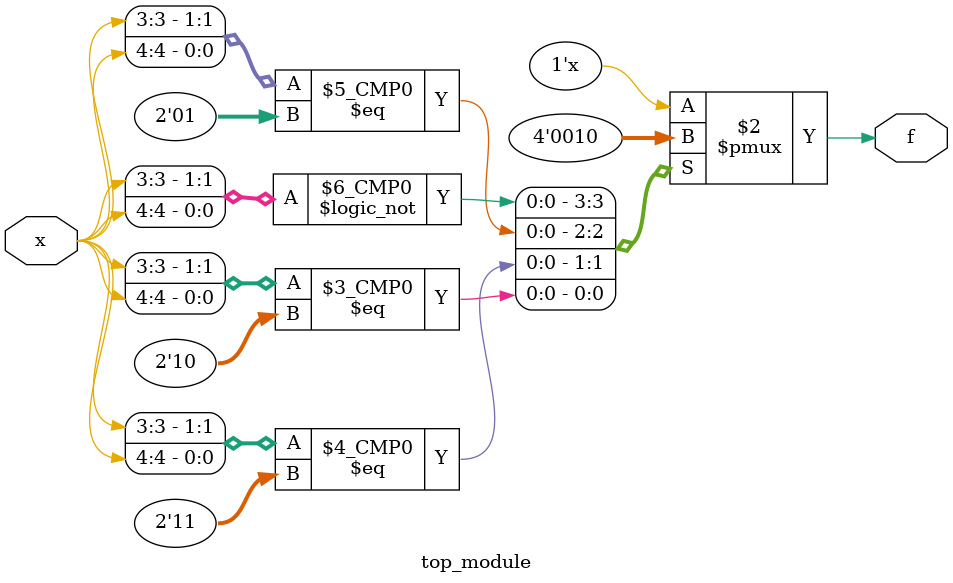
<source format=sv>
module top_module (
	input [4:1] x,
	output logic f
); 

always_comb begin
	case({x[3], x[4]}) //case statement for the 2 MSB bits
		2'b00: f = 1'b0; //00 case
		2'b01: f = 1'b0; //01 case
		2'b11: f = 1'b1; //11 case
		2'b10: f = 1'b0; //10 case
	endcase
end

endmodule

</source>
